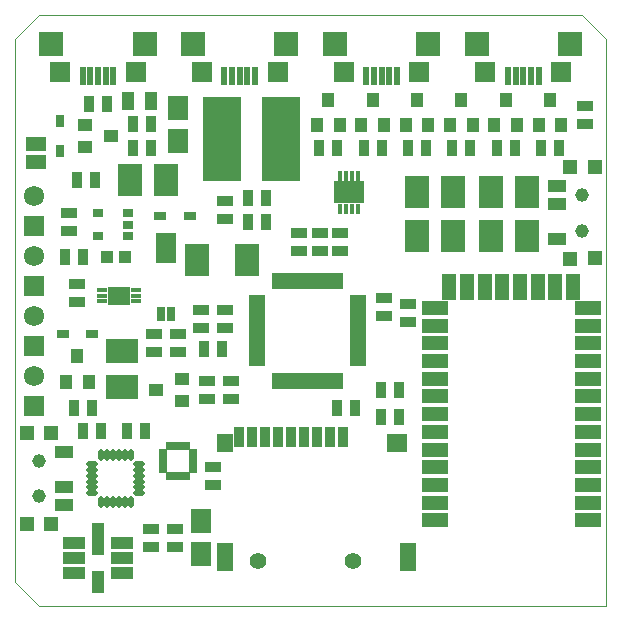
<source format=gts>
G04 (created by PCBNEW (2013-jul-07)-stable) date Sat 15 Mar 2014 05:33:54 EET*
%MOIN*%
G04 Gerber Fmt 3.4, Leading zero omitted, Abs format*
%FSLAX34Y34*%
G01*
G70*
G90*
G04 APERTURE LIST*
%ADD10C,0.00590551*%
%ADD11C,0.00393701*%
%ADD12R,0.037874X0.027874*%
%ADD13R,0.039374X0.047274*%
%ADD14R,0.047274X0.039374*%
%ADD15R,0.0669291X0.0472441*%
%ADD16R,0.0393701X0.0314961*%
%ADD17R,0.0314961X0.0393701*%
%ADD18R,0.042874X0.062874*%
%ADD19R,0.052874X0.032874*%
%ADD20R,0.032874X0.052874*%
%ADD21O,0.039374X0.017674*%
%ADD22O,0.017674X0.039374*%
%ADD23R,0.067874X0.067874*%
%ADD24C,0.067874*%
%ADD25R,0.0314961X0.0511811*%
%ADD26R,0.0669291X0.102362*%
%ADD27R,0.023622X0.0610236*%
%ADD28R,0.0826772X0.0826772*%
%ADD29R,0.0669291X0.0669291*%
%ADD30R,0.0354331X0.0708661*%
%ADD31R,0.0551181X0.0629921*%
%ADD32R,0.0708661X0.0629921*%
%ADD33R,0.0551181X0.0944882*%
%ADD34C,0.0551181*%
%ADD35R,0.0551181X0.019685*%
%ADD36R,0.019685X0.0551181*%
%ADD37R,0.039274X0.039274*%
%ADD38R,0.125984X0.283465*%
%ADD39R,0.0255906X0.019685*%
%ADD40R,0.019685X0.0255906*%
%ADD41R,0.101575X0.0728346*%
%ADD42R,0.0177165X0.0344488*%
%ADD43R,0.0826772X0.110236*%
%ADD44R,0.084674X0.106274*%
%ADD45R,0.106274X0.084674*%
%ADD46R,0.066974X0.084674*%
%ADD47R,0.0748031X0.0393701*%
%ADD48R,0.0393701X0.0748031*%
%ADD49R,0.0393701X0.106299*%
%ADD50R,0.047274X0.086574*%
%ADD51R,0.086574X0.047274*%
%ADD52R,0.0590551X0.0433071*%
%ADD53R,0.0472441X0.0472441*%
%ADD54C,0.0452756*%
%ADD55R,0.0354331X0.0177165*%
%ADD56R,0.0728346X0.0610236*%
G04 APERTURE END LIST*
G54D10*
G54D11*
X7874Y-26771D02*
X8661Y-27559D01*
X8661Y-7874D02*
X7874Y-8661D01*
X26771Y-7874D02*
X27559Y-8661D01*
X26771Y-7874D02*
X8661Y-7874D01*
X27559Y-27559D02*
X27559Y-8661D01*
X8661Y-27559D02*
X27559Y-27559D01*
X7874Y-8661D02*
X7874Y-26771D01*
G54D12*
X11622Y-15237D03*
X11622Y-14487D03*
X10622Y-15237D03*
X11622Y-14862D03*
X10622Y-14487D03*
G54D13*
X18307Y-10689D03*
X18682Y-11555D03*
X17932Y-11555D03*
X24212Y-10689D03*
X24587Y-11555D03*
X23837Y-11555D03*
X9940Y-19252D03*
X10315Y-20118D03*
X9565Y-20118D03*
X19783Y-10689D03*
X20158Y-11555D03*
X19408Y-11555D03*
G54D14*
X12559Y-20374D03*
X13425Y-19999D03*
X13425Y-20749D03*
X11062Y-11909D03*
X10196Y-12284D03*
X10196Y-11534D03*
G54D13*
X25688Y-10689D03*
X26063Y-11555D03*
X25313Y-11555D03*
X22736Y-10689D03*
X23111Y-11555D03*
X22361Y-11555D03*
X21259Y-10689D03*
X21634Y-11555D03*
X20884Y-11555D03*
G54D15*
X8552Y-12187D03*
X8552Y-12777D03*
G54D16*
X13681Y-14566D03*
X12696Y-14566D03*
X9448Y-18503D03*
X10433Y-18503D03*
G54D17*
X9350Y-11417D03*
X9350Y-12401D03*
G54D18*
X12382Y-10728D03*
X11632Y-10728D03*
G54D19*
X9940Y-16825D03*
X9940Y-17425D03*
G54D20*
X14768Y-18996D03*
X14168Y-18996D03*
X11806Y-11515D03*
X12406Y-11515D03*
X10929Y-10826D03*
X10329Y-10826D03*
G54D19*
X14862Y-18311D03*
X14862Y-17711D03*
X14074Y-18311D03*
X14074Y-17711D03*
X12500Y-18499D03*
X12500Y-19099D03*
X13188Y-24995D03*
X13188Y-25595D03*
G54D20*
X11609Y-21751D03*
X12209Y-21751D03*
G54D19*
X14862Y-14670D03*
X14862Y-14070D03*
X14468Y-23528D03*
X14468Y-22928D03*
X13287Y-18499D03*
X13287Y-19099D03*
G54D20*
X23036Y-12303D03*
X22436Y-12303D03*
X10437Y-20964D03*
X9837Y-20964D03*
G54D19*
X12401Y-24995D03*
X12401Y-25595D03*
G54D20*
X18007Y-12303D03*
X18607Y-12303D03*
G54D19*
X17322Y-15152D03*
X17322Y-15752D03*
G54D20*
X25388Y-12303D03*
X25988Y-12303D03*
G54D19*
X14271Y-20674D03*
X14271Y-20074D03*
G54D20*
X19483Y-12303D03*
X20083Y-12303D03*
G54D19*
X15059Y-20074D03*
X15059Y-20674D03*
X18700Y-15152D03*
X18700Y-15752D03*
X18011Y-15152D03*
X18011Y-15752D03*
G54D20*
X11806Y-12303D03*
X12406Y-12303D03*
X9936Y-13385D03*
X10536Y-13385D03*
G54D19*
X26870Y-10920D03*
X26870Y-11520D03*
G54D20*
X20674Y-20374D03*
X20074Y-20374D03*
X20674Y-21259D03*
X20074Y-21259D03*
X21559Y-12303D03*
X20959Y-12303D03*
G54D19*
X20964Y-17514D03*
X20964Y-18114D03*
X20177Y-17318D03*
X20177Y-17918D03*
G54D20*
X10133Y-21751D03*
X10733Y-21751D03*
X24512Y-12303D03*
X23912Y-12303D03*
X16244Y-14763D03*
X15644Y-14763D03*
X16244Y-13976D03*
X15644Y-13976D03*
X9542Y-15944D03*
X10142Y-15944D03*
X19197Y-20964D03*
X18597Y-20964D03*
G54D19*
X9645Y-15063D03*
X9645Y-14463D03*
G54D21*
X10433Y-22834D03*
X10433Y-23031D03*
X10433Y-23228D03*
X10433Y-23424D03*
X10433Y-23621D03*
X10433Y-23818D03*
G54D22*
X10728Y-24113D03*
X10925Y-24113D03*
X11122Y-24113D03*
X11318Y-24113D03*
X11515Y-24113D03*
X11712Y-24113D03*
G54D21*
X12007Y-23818D03*
X12007Y-23621D03*
X12007Y-23424D03*
X12007Y-23228D03*
X12007Y-23031D03*
X12007Y-22834D03*
G54D22*
X11712Y-22539D03*
X11515Y-22539D03*
X11318Y-22539D03*
X11122Y-22539D03*
X10925Y-22539D03*
X10728Y-22539D03*
G54D23*
X8500Y-14900D03*
G54D24*
X8500Y-13900D03*
G54D23*
X8500Y-18900D03*
G54D24*
X8500Y-17900D03*
G54D23*
X8500Y-16900D03*
G54D24*
X8500Y-15900D03*
G54D25*
X13070Y-17834D03*
X12716Y-17834D03*
G54D26*
X12893Y-15649D03*
G54D27*
X11141Y-9901D03*
X10885Y-9901D03*
X10629Y-9901D03*
X10374Y-9901D03*
X10118Y-9901D03*
G54D28*
X12185Y-8848D03*
X9074Y-8848D03*
G54D29*
X9370Y-9763D03*
X11889Y-9763D03*
G54D27*
X20590Y-9901D03*
X20334Y-9901D03*
X20078Y-9901D03*
X19822Y-9901D03*
X19566Y-9901D03*
G54D28*
X21633Y-8848D03*
X18523Y-8848D03*
G54D29*
X18818Y-9763D03*
X21338Y-9763D03*
G54D27*
X15866Y-9901D03*
X15610Y-9901D03*
X15354Y-9901D03*
X15098Y-9901D03*
X14842Y-9901D03*
G54D28*
X16909Y-8848D03*
X13799Y-8848D03*
G54D29*
X14094Y-9763D03*
X16614Y-9763D03*
G54D27*
X25314Y-9901D03*
X25059Y-9901D03*
X24803Y-9901D03*
X24547Y-9901D03*
X24291Y-9901D03*
G54D28*
X26358Y-8848D03*
X23248Y-8848D03*
G54D29*
X23543Y-9763D03*
X26062Y-9763D03*
G54D30*
X18799Y-21948D03*
X18366Y-21948D03*
X17933Y-21948D03*
X17500Y-21948D03*
X17066Y-21948D03*
X16633Y-21948D03*
X16200Y-21948D03*
X15767Y-21948D03*
X15334Y-21948D03*
G54D31*
X14862Y-22145D03*
G54D32*
X20610Y-22145D03*
G54D33*
X20964Y-25925D03*
X14862Y-25925D03*
G54D34*
X15964Y-26082D03*
X19114Y-26082D03*
G54D35*
X15944Y-18503D03*
X15944Y-18307D03*
X15944Y-18700D03*
X15944Y-18110D03*
X15944Y-17913D03*
X15944Y-17716D03*
X15944Y-17519D03*
X15944Y-17322D03*
X15944Y-18897D03*
X15944Y-19094D03*
X15944Y-19291D03*
X15944Y-19488D03*
X19291Y-18503D03*
X19291Y-18307D03*
X19291Y-18700D03*
X19291Y-18897D03*
X19291Y-19094D03*
X19291Y-19291D03*
X19291Y-19488D03*
X19291Y-18110D03*
X19291Y-17913D03*
X19291Y-17716D03*
X19291Y-17519D03*
X19291Y-17322D03*
G54D36*
X17716Y-16732D03*
X17913Y-16732D03*
X18110Y-16732D03*
X18307Y-16732D03*
X18503Y-16732D03*
X18700Y-16732D03*
X17519Y-16732D03*
X17322Y-16732D03*
X17125Y-16732D03*
X16929Y-16732D03*
X16732Y-16732D03*
X16535Y-16732D03*
X17716Y-20078D03*
X17913Y-20078D03*
X18110Y-20078D03*
X18307Y-20078D03*
X18503Y-20078D03*
X18700Y-20078D03*
X17519Y-20078D03*
X17322Y-20078D03*
X17125Y-20078D03*
X16929Y-20078D03*
X16732Y-20078D03*
X16535Y-20078D03*
G54D37*
X10925Y-15944D03*
X11515Y-15944D03*
G54D38*
X14763Y-12007D03*
X16732Y-12007D03*
G54D39*
X12785Y-22440D03*
X12785Y-22637D03*
X12785Y-22834D03*
X12785Y-23031D03*
G54D40*
X12992Y-23238D03*
X13188Y-23238D03*
X13385Y-23238D03*
X13582Y-23238D03*
G54D39*
X13789Y-23031D03*
X13789Y-22834D03*
X13789Y-22637D03*
X13789Y-22440D03*
G54D40*
X13582Y-22234D03*
X13385Y-22234D03*
X13188Y-22234D03*
X12992Y-22234D03*
G54D41*
X18996Y-13779D03*
G54D42*
X19291Y-13223D03*
X19094Y-13223D03*
X18897Y-13223D03*
X18700Y-13223D03*
X18700Y-14335D03*
X18897Y-14335D03*
X19094Y-14335D03*
X19291Y-14335D03*
G54D43*
X13917Y-16043D03*
X15610Y-16043D03*
G54D44*
X11703Y-13385D03*
X12903Y-13385D03*
X21250Y-15255D03*
X22450Y-15255D03*
X23711Y-13779D03*
X24911Y-13779D03*
X21250Y-13779D03*
X22450Y-13779D03*
X23711Y-15255D03*
X24911Y-15255D03*
G54D45*
X11417Y-19085D03*
X11417Y-20285D03*
G54D46*
X14074Y-24754D03*
X14074Y-25836D03*
X13287Y-10974D03*
X13287Y-12056D03*
G54D47*
X9842Y-25984D03*
X9842Y-25484D03*
X9842Y-26484D03*
X11417Y-25484D03*
X11417Y-25984D03*
X11417Y-26484D03*
G54D48*
X10629Y-26771D03*
G54D49*
X10629Y-25334D03*
G54D50*
X26468Y-16929D03*
X25877Y-16929D03*
X25287Y-16929D03*
X24696Y-16929D03*
X24106Y-16929D03*
X23515Y-16929D03*
X22925Y-16929D03*
X22334Y-16929D03*
G54D51*
X26968Y-24720D03*
X26968Y-24130D03*
X26968Y-23539D03*
X26968Y-22949D03*
X26968Y-22358D03*
X26968Y-21768D03*
X26968Y-21177D03*
X26968Y-20586D03*
X26968Y-19996D03*
X26968Y-19405D03*
X26968Y-18224D03*
X26968Y-18815D03*
X26968Y-17634D03*
X21850Y-17634D03*
X21850Y-18224D03*
X21850Y-18815D03*
X21850Y-19405D03*
X21850Y-19996D03*
X21850Y-20586D03*
X21850Y-21177D03*
X21850Y-21768D03*
X21850Y-22358D03*
X21850Y-22949D03*
X21850Y-23539D03*
X21850Y-24130D03*
X21850Y-24720D03*
G54D23*
X8500Y-20900D03*
G54D24*
X8500Y-19900D03*
G54D52*
X25925Y-14173D03*
X25925Y-13582D03*
X25925Y-15354D03*
G54D53*
X26358Y-12952D03*
X27185Y-15984D03*
X27185Y-12952D03*
X26358Y-16003D03*
G54D54*
X26771Y-15059D03*
X26771Y-13877D03*
G54D52*
X9507Y-23622D03*
X9507Y-24212D03*
X9507Y-22440D03*
G54D53*
X9074Y-24842D03*
X8248Y-21811D03*
X8248Y-24842D03*
X9074Y-21791D03*
G54D54*
X8661Y-22736D03*
X8661Y-23917D03*
G54D55*
X10757Y-17027D03*
X10757Y-17224D03*
X10757Y-17421D03*
X11879Y-17421D03*
X11879Y-17224D03*
X11879Y-17027D03*
G54D56*
X11318Y-17224D03*
M02*

</source>
